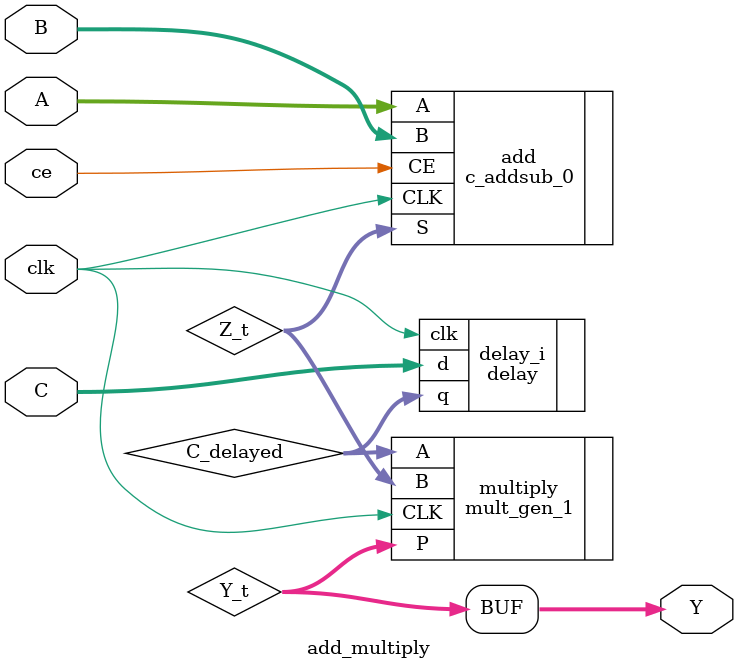
<source format=v>
`timescale 1ns / 1ps


module add_multiply
    (
        input clk,
        input ce,
        input [14:0] A,
        input [14:0] B,
        input [14:0] C,
        output [30:0] Y
    );

    wire signed [15:0] Z_t;
    wire signed [14:0] C_delayed;
    wire signed [30:0] Y_t;
    
    c_addsub_0 add
    (
        .A(A),
        .B(B),
        .CLK(clk),
        .CE(ce),
        .S(Z_t) 
    );
        
    delay
    #(
        .N(15)
    ) 
    delay_i
    (
        .clk(clk),
        .d(C),
        .q(C_delayed)
    );
    
    mult_gen_1 multiply
    (
        .CLK(clk),
        .A(C_delayed),
        .B(Z_t),
        .P(Y_t)
    );
    
    assign Y = Y_t;
endmodule

</source>
